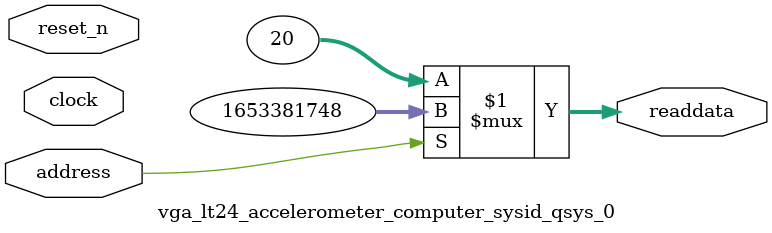
<source format=v>



// synthesis translate_off
`timescale 1ns / 1ps
// synthesis translate_on

// turn off superfluous verilog processor warnings 
// altera message_level Level1 
// altera message_off 10034 10035 10036 10037 10230 10240 10030 

module vga_lt24_accelerometer_computer_sysid_qsys_0 (
               // inputs:
                address,
                clock,
                reset_n,

               // outputs:
                readdata
             )
;

  output  [ 31: 0] readdata;
  input            address;
  input            clock;
  input            reset_n;

  wire    [ 31: 0] readdata;
  //control_slave, which is an e_avalon_slave
  assign readdata = address ? 1653381748 : 20;

endmodule



</source>
